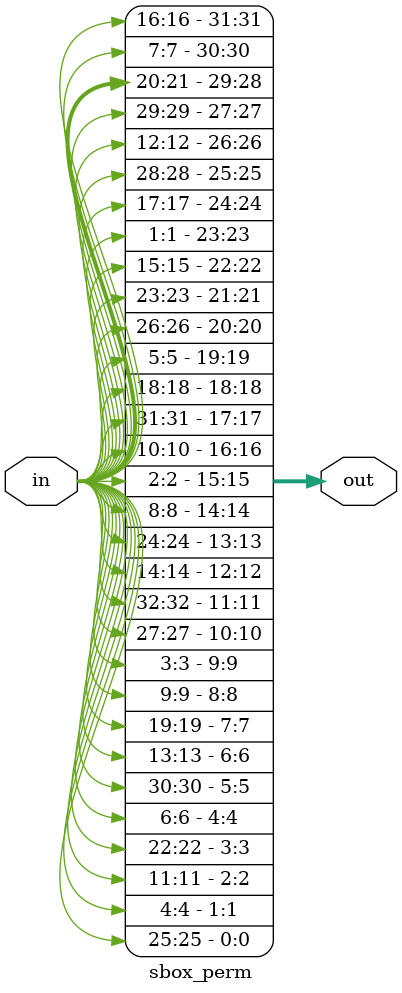
<source format=v>
/*
MIT License

Copyright (c) 2020 Debtanu Mukherjee

Permission is hereby granted, free of charge, to any person obtaining a copy
of this software and associated documentation files (the "Software"), to deal
in the Software without restriction, including without limitation the rights
to use, copy, modify, merge, publish, distribute, sublicense, and/or sell
copies of the Software, and to permit persons to whom the Software is
furnished to do so, subject to the following conditions:

The above copyright notice and this permission notice shall be included in all
copies or substantial portions of the Software.

THE SOFTWARE IS PROVIDED "AS IS", WITHOUT WARRANTY OF ANY KIND, EXPRESS OR
IMPLIED, INCLUDING BUT NOT LIMITED TO THE WARRANTIES OF MERCHANTABILITY,
FITNESS FOR A PARTICULAR PURPOSE AND NONINFRINGEMENT. IN NO EVENT SHALL THE
AUTHORS OR COPYRIGHT HOLDERS BE LIABLE FOR ANY CLAIM, DAMAGES OR OTHER
LIABILITY, WHETHER IN AN ACTION OF CONTRACT, TORT OR OTHERWISE, ARISING FROM,
OUT OF OR IN CONNECTION WITH THE SOFTWARE OR THE USE OR OTHER DEALINGS IN THE
SOFTWARE.
*/

module sbox_perm(in, out);

input [1:32] in;
output [1:32] out;

/*
				   P

                             16   7  20  21
                             29  12  28  17
                              1  15  23  26
                              5  18  31  10
                              2   8  24  14
                             32  27   3   9
                             19  13  30   6
                             22  11   4  25

*/


assign out = {in[16], in[7],  in[20], in[21],
              in[29], in[12], in[28], in[17],
              in[1],  in[15], in[23], in[26],
              in[5],  in[18], in[31], in[10],
              in[2],  in[8],  in[24], in[14],
              in[32], in[27], in[3],  in[9],
              in[19], in[13], in[30], in[6],
              in[22], in[11], in[4],  in[25]};
endmodule

</source>
